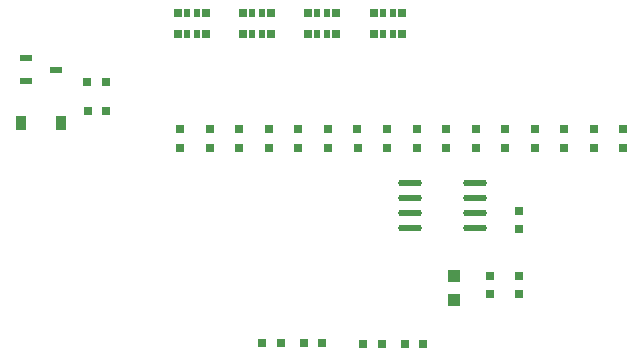
<source format=gtp>
G04*
G04 #@! TF.GenerationSoftware,Altium Limited,Altium Designer,20.2.6 (244)*
G04*
G04 Layer_Color=8421504*
%FSLAX25Y25*%
%MOIN*%
G70*
G04*
G04 #@! TF.SameCoordinates,357903E5-7464-4FF3-9603-397411888FB0*
G04*
G04*
G04 #@! TF.FilePolarity,Positive*
G04*
G01*
G75*
%ADD19R,0.03150X0.02992*%
%ADD20R,0.03150X0.03150*%
%ADD21R,0.02992X0.03150*%
%ADD22R,0.02559X0.03150*%
%ADD23R,0.01968X0.03150*%
%ADD24O,0.08014X0.02260*%
%ADD25R,0.03937X0.03937*%
%ADD26R,0.03740X0.04528*%
%ADD27R,0.04213X0.02362*%
%ADD28R,0.03150X0.03150*%
D19*
X295276Y66929D02*
D03*
Y60945D02*
D03*
X305118Y82598D02*
D03*
Y88583D02*
D03*
Y66929D02*
D03*
Y60945D02*
D03*
D20*
X219236Y44717D02*
D03*
X225532Y44744D02*
D03*
X252954Y44475D02*
D03*
X259250Y44502D02*
D03*
X167323Y131890D02*
D03*
X161027Y131863D02*
D03*
D21*
X239390Y44744D02*
D03*
X233406D02*
D03*
X272874Y44488D02*
D03*
X266890D02*
D03*
X167323Y122047D02*
D03*
X161339D02*
D03*
D22*
X256694Y147638D02*
D03*
Y154725D02*
D03*
X266142Y147638D02*
D03*
Y154725D02*
D03*
X234646Y147638D02*
D03*
Y154725D02*
D03*
X244094Y147638D02*
D03*
Y154725D02*
D03*
X212993Y147638D02*
D03*
Y154725D02*
D03*
X222441Y147638D02*
D03*
Y154725D02*
D03*
X191339Y147638D02*
D03*
Y154725D02*
D03*
X200787Y147638D02*
D03*
Y154725D02*
D03*
D23*
X259843Y147638D02*
D03*
Y154725D02*
D03*
X262993Y147638D02*
D03*
Y154725D02*
D03*
X237795Y147638D02*
D03*
Y154725D02*
D03*
X240945Y147638D02*
D03*
Y154725D02*
D03*
X216142Y147638D02*
D03*
Y154725D02*
D03*
X219292Y147638D02*
D03*
Y154725D02*
D03*
X194488Y147638D02*
D03*
Y154725D02*
D03*
X197638Y147638D02*
D03*
Y154725D02*
D03*
D24*
X290424Y83051D02*
D03*
Y88051D02*
D03*
Y93051D02*
D03*
Y98051D02*
D03*
X268631Y83051D02*
D03*
Y88051D02*
D03*
Y93051D02*
D03*
Y98051D02*
D03*
D25*
X283465Y59055D02*
D03*
Y66929D02*
D03*
D26*
X139006Y118110D02*
D03*
X152332D02*
D03*
D27*
X150532Y135827D02*
D03*
X140807Y132087D02*
D03*
Y139567D02*
D03*
D28*
X339764Y116142D02*
D03*
X339791Y109846D02*
D03*
X329921Y116142D02*
D03*
X329948Y109846D02*
D03*
X320079Y116142D02*
D03*
X320106Y109846D02*
D03*
X310236Y116142D02*
D03*
X310263Y109846D02*
D03*
X300394Y116142D02*
D03*
X300421Y109846D02*
D03*
X290551Y116142D02*
D03*
X290578Y109846D02*
D03*
X280709Y116142D02*
D03*
X280736Y109846D02*
D03*
X270866Y116142D02*
D03*
X270893Y109846D02*
D03*
X261024Y116142D02*
D03*
X261051Y109846D02*
D03*
X251181Y116142D02*
D03*
X251208Y109846D02*
D03*
X241339Y116142D02*
D03*
X241366Y109846D02*
D03*
X231496Y116142D02*
D03*
X231523Y109846D02*
D03*
X221654Y116142D02*
D03*
X221681Y109846D02*
D03*
X211811Y116142D02*
D03*
X211838Y109846D02*
D03*
X201968Y116142D02*
D03*
X201995Y109846D02*
D03*
X192126Y116142D02*
D03*
X192153Y109846D02*
D03*
M02*

</source>
